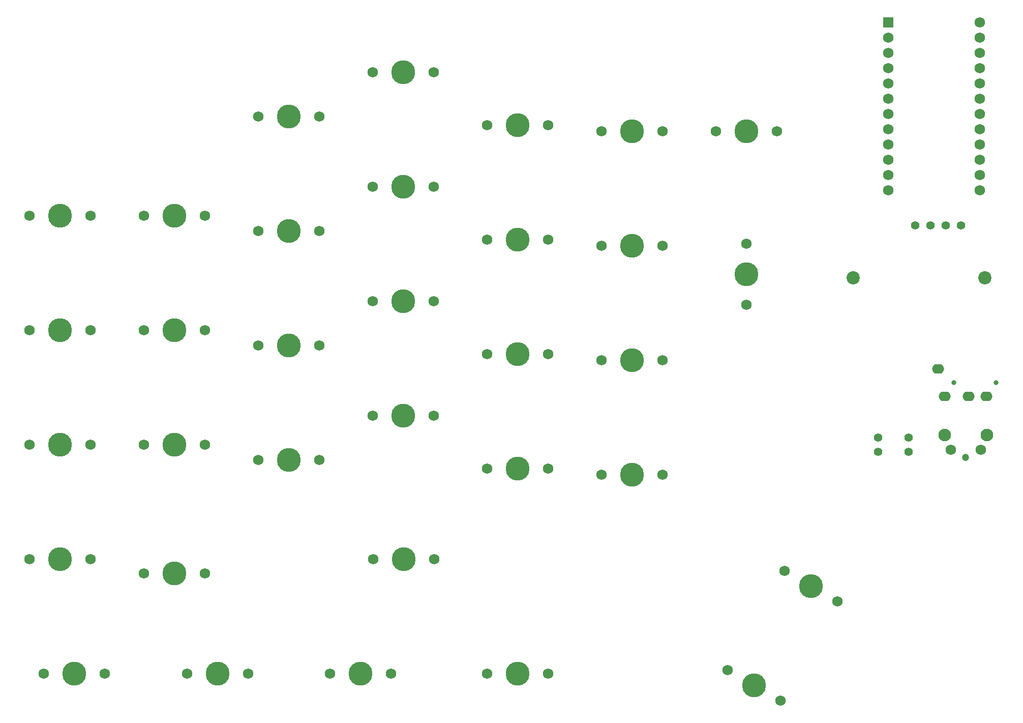
<source format=gts>
G04 #@! TF.GenerationSoftware,KiCad,Pcbnew,5.1.10*
G04 #@! TF.CreationDate,2021-07-11T16:17:35-04:00*
G04 #@! TF.ProjectId,v02_left,7630325f-6c65-4667-942e-6b696361645f,rev?*
G04 #@! TF.SameCoordinates,Original*
G04 #@! TF.FileFunction,Soldermask,Top*
G04 #@! TF.FilePolarity,Negative*
%FSLAX46Y46*%
G04 Gerber Fmt 4.6, Leading zero omitted, Abs format (unit mm)*
G04 Created by KiCad (PCBNEW 5.1.10) date 2021-07-11 16:17:35*
%MOMM*%
%LPD*%
G01*
G04 APERTURE LIST*
%ADD10C,2.200000*%
%ADD11C,1.200000*%
%ADD12C,2.100000*%
%ADD13C,1.750000*%
%ADD14O,2.000000X1.600000*%
%ADD15C,0.800000*%
%ADD16C,3.987800*%
%ADD17C,1.397000*%
%ADD18R,1.752600X1.752600*%
%ADD19C,1.752600*%
G04 APERTURE END LIST*
D10*
X-19560000Y-50800000D03*
X2381250Y-50800000D03*
D11*
X-810000Y-80680000D03*
D12*
X2690000Y-76980000D03*
D13*
X1690000Y-79470000D03*
X-3310000Y-79470000D03*
D12*
X-4320000Y-76980000D03*
D14*
X-345000Y-70582500D03*
D15*
X4255000Y-68282500D03*
X-2745000Y-68282500D03*
D14*
X2655000Y-70582500D03*
X-4345000Y-70582500D03*
X-5445000Y-65982500D03*
D16*
X-125412500Y-116681250D03*
D13*
X-130492500Y-116681250D03*
X-120332500Y-116681250D03*
D16*
X-113506250Y-24003000D03*
D13*
X-118586250Y-24003000D03*
X-108426250Y-24003000D03*
D16*
X-37306250Y-50228500D03*
D13*
X-37306250Y-55308500D03*
X-37306250Y-45148500D03*
D16*
X-56356250Y-45466000D03*
D13*
X-61436250Y-45466000D03*
X-51276250Y-45466000D03*
D16*
X-113506250Y-43053000D03*
D13*
X-118586250Y-43053000D03*
X-108426250Y-43053000D03*
D16*
X-56356250Y-26416000D03*
D13*
X-61436250Y-26416000D03*
X-51276250Y-26416000D03*
D17*
X-15413750Y-77370000D03*
X-10333750Y-77370000D03*
X-10333750Y-79751250D03*
X-15413750Y-79751250D03*
X-1606250Y-42088750D03*
X-4146250Y-42088750D03*
X-6686250Y-42088750D03*
X-9226250Y-42088750D03*
D18*
X-13671250Y-8275000D03*
D19*
X-13671250Y-10815000D03*
X-13671250Y-13355000D03*
X-13671250Y-15895000D03*
X-13671250Y-18435000D03*
X-13671250Y-20975000D03*
X-13671250Y-23515000D03*
X-13671250Y-26055000D03*
X-13671250Y-28595000D03*
X-13671250Y-31135000D03*
X-13671250Y-33675000D03*
X1568750Y-36215000D03*
X1568750Y-33675000D03*
X1568750Y-31135000D03*
X1568750Y-28595000D03*
X1568750Y-26055000D03*
X1568750Y-23515000D03*
X1568750Y-20975000D03*
X1568750Y-18435000D03*
X1568750Y-15895000D03*
X1568750Y-13355000D03*
X1568750Y-10815000D03*
X-13671250Y-36215000D03*
X1568750Y-8275000D03*
D16*
X-36068000Y-118618000D03*
D13*
X-40467409Y-116078000D03*
X-31668591Y-121158000D03*
D16*
X-75406250Y-116681250D03*
D13*
X-80486250Y-116681250D03*
X-70326250Y-116681250D03*
D16*
X-94392750Y-97631250D03*
D13*
X-99472750Y-97631250D03*
X-89312750Y-97631250D03*
D16*
X-101600000Y-116681250D03*
D13*
X-106680000Y-116681250D03*
X-96520000Y-116681250D03*
D16*
X-149225000Y-116681250D03*
D13*
X-154305000Y-116681250D03*
X-144145000Y-116681250D03*
D16*
X-26543000Y-102108000D03*
D13*
X-30942409Y-99568000D03*
X-22143591Y-104648000D03*
D16*
X-56356250Y-83566000D03*
D13*
X-61436250Y-83566000D03*
X-51276250Y-83566000D03*
D16*
X-75406250Y-82550000D03*
D13*
X-80486250Y-82550000D03*
X-70326250Y-82550000D03*
D16*
X-94456250Y-73787000D03*
D13*
X-99536250Y-73787000D03*
X-89376250Y-73787000D03*
D16*
X-113506250Y-81153000D03*
D13*
X-118586250Y-81153000D03*
X-108426250Y-81153000D03*
D16*
X-132556250Y-100012500D03*
D13*
X-137636250Y-100012500D03*
X-127476250Y-100012500D03*
D16*
X-151606250Y-97631250D03*
D13*
X-156686250Y-97631250D03*
X-146526250Y-97631250D03*
D16*
X-56356250Y-64516000D03*
D13*
X-61436250Y-64516000D03*
X-51276250Y-64516000D03*
D16*
X-75406250Y-63500000D03*
D13*
X-80486250Y-63500000D03*
X-70326250Y-63500000D03*
D16*
X-94456250Y-54737000D03*
D13*
X-99536250Y-54737000D03*
X-89376250Y-54737000D03*
D16*
X-113506250Y-62103000D03*
D13*
X-118586250Y-62103000D03*
X-108426250Y-62103000D03*
D16*
X-132556250Y-78581250D03*
D13*
X-137636250Y-78581250D03*
X-127476250Y-78581250D03*
D16*
X-151606250Y-78581250D03*
D13*
X-156686250Y-78581250D03*
X-146526250Y-78581250D03*
D16*
X-75406250Y-44450000D03*
D13*
X-80486250Y-44450000D03*
X-70326250Y-44450000D03*
D16*
X-94456250Y-35687000D03*
D13*
X-99536250Y-35687000D03*
X-89376250Y-35687000D03*
D16*
X-132556250Y-59531250D03*
D13*
X-137636250Y-59531250D03*
X-127476250Y-59531250D03*
D16*
X-151606250Y-59531250D03*
D13*
X-156686250Y-59531250D03*
X-146526250Y-59531250D03*
D16*
X-37306250Y-26416000D03*
D13*
X-42386250Y-26416000D03*
X-32226250Y-26416000D03*
D16*
X-75406250Y-25400000D03*
D13*
X-80486250Y-25400000D03*
X-70326250Y-25400000D03*
D16*
X-94456250Y-16637000D03*
D13*
X-99536250Y-16637000D03*
X-89376250Y-16637000D03*
D16*
X-132556250Y-40481250D03*
D13*
X-137636250Y-40481250D03*
X-127476250Y-40481250D03*
D16*
X-151606250Y-40481250D03*
D13*
X-156686250Y-40481250D03*
X-146526250Y-40481250D03*
M02*

</source>
